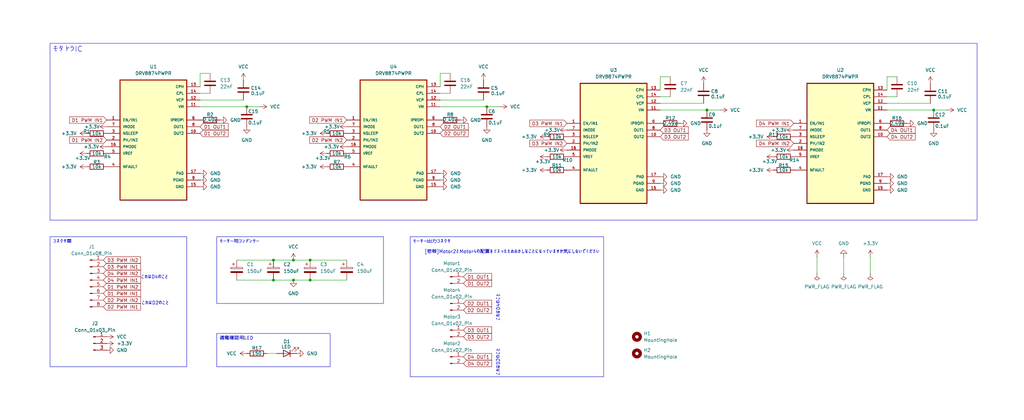
<source format=kicad_sch>
(kicad_sch (version 20250114) (generator "eeschema") (generator_version "9.0")
  (paper "User" 390 160)
  (title_block (title "Motor Driver V2.1") (company "VEGA 2025"))
  (lib_symbols
    (symbol "Connector:Conn_01x02_Pin" (pin_names (offset 1.016) (hide yes))
      (property "Reference" "J" (at 0 2.54 0))
      (property "Value" "Conn_01x02_Pin" (at 0 -5.08 0))
      (symbol "Conn_01x02_Pin_1_1"
        (rectangle (start 0.8636 0.127) (end 0 -0.127) (stroke (width 0.1524)) (fill (type outline)))
        (rectangle (start 0.8636 -2.413) (end 0 -2.667) (stroke (width 0.1524)) (fill (type outline)))
        (polyline (pts (xy 1.27 0) (xy 0.8636 0)) (stroke (width 0.1524)))
        (polyline (pts (xy 1.27 -2.54) (xy 0.8636 -2.54)) (stroke (width 0.1524)))
        (pin passive line (at 5.08 0 180) (length 3.81) (name "Pin_1") (number "1"))
        (pin passive line (at 5.08 -2.54 180) (length 3.81) (name "Pin_2") (number "2"))
      )
    )
    (symbol "Connector:Conn_01x03_Pin" (pin_names (offset 1.016) (hide yes))
      (property "Reference" "J" (at 0 5.08 0))
      (property "Value" "Conn_01x03_Pin" (at 0 -5.08 0))
      (symbol "Conn_01x03_Pin_1_1"
        (rectangle (start 0.8636 2.667) (end 0 2.413) (stroke (width 0.1524)) (fill (type outline)))
        (rectangle (start 0.8636 0.127) (end 0 -0.127) (stroke (width 0.1524)) (fill (type outline)))
        (rectangle (start 0.8636 -2.413) (end 0 -2.667) (stroke (width 0.1524)) (fill (type outline)))
        (polyline (pts (xy 1.27 2.54) (xy 0.8636 2.54)) (stroke (width 0.1524)))
        (polyline (pts (xy 1.27 0) (xy 0.8636 0)) (stroke (width 0.1524)))
        (polyline (pts (xy 1.27 -2.54) (xy 0.8636 -2.54)) (stroke (width 0.1524)))
        (pin passive line (at 5.08 2.54 180) (length 3.81) (name "Pin_1") (number "1"))
        (pin passive line (at 5.08 0 180) (length 3.81) (name "Pin_2") (number "2"))
        (pin passive line (at 5.08 -2.54 180) (length 3.81) (name "Pin_3") (number "3"))
      )
    )
    (symbol "Connector:Conn_01x08_Pin" (pin_names (offset 1.016) (hide yes))
      (property "Reference" "J" (at 0 10.16 0))
      (property "Value" "Conn_01x08_Pin" (at 0 -12.7 0))
      (symbol "Conn_01x08_Pin_1_1"
        (rectangle (start 0.8636 7.747) (end 0 7.493) (stroke (width 0.1524)) (fill (type outline)))
        (rectangle (start 0.8636 5.207) (end 0 4.953) (stroke (width 0.1524)) (fill (type outline)))
        (rectangle (start 0.8636 2.667) (end 0 2.413) (stroke (width 0.1524)) (fill (type outline)))
        (rectangle (start 0.8636 0.127) (end 0 -0.127) (stroke (width 0.1524)) (fill (type outline)))
        (rectangle (start 0.8636 -2.413) (end 0 -2.667) (stroke (width 0.1524)) (fill (type outline)))
        (rectangle (start 0.8636 -4.953) (end 0 -5.207) (stroke (width 0.1524)) (fill (type outline)))
        (rectangle (start 0.8636 -7.493) (end 0 -7.747) (stroke (width 0.1524)) (fill (type outline)))
        (rectangle (start 0.8636 -10.033) (end 0 -10.287) (stroke (width 0.1524)) (fill (type outline)))
        (polyline (pts (xy 1.27 7.62) (xy 0.8636 7.62)) (stroke (width 0.1524)))
        (polyline (pts (xy 1.27 5.08) (xy 0.8636 5.08)) (stroke (width 0.1524)))
        (polyline (pts (xy 1.27 2.54) (xy 0.8636 2.54)) (stroke (width 0.1524)))
        (polyline (pts (xy 1.27 0) (xy 0.8636 0)) (stroke (width 0.1524)))
        (polyline (pts (xy 1.27 -2.54) (xy 0.8636 -2.54)) (stroke (width 0.1524)))
        (polyline (pts (xy 1.27 -5.08) (xy 0.8636 -5.08)) (stroke (width 0.1524)))
        (polyline (pts (xy 1.27 -7.62) (xy 0.8636 -7.62)) (stroke (width 0.1524)))
        (polyline (pts (xy 1.27 -10.16) (xy 0.8636 -10.16)) (stroke (width 0.1524)))
        (pin passive line (at 5.08 7.62 180) (length 3.81) (name "Pin_1") (number "1"))
        (pin passive line (at 5.08 5.08 180) (length 3.81) (name "Pin_2") (number "2"))
        (pin passive line (at 5.08 2.54 180) (length 3.81) (name "Pin_3") (number "3"))
        (pin passive line (at 5.08 0 180) (length 3.81) (name "Pin_4") (number "4"))
        (pin passive line (at 5.08 -2.54 180) (length 3.81) (name "Pin_5") (number "5"))
        (pin passive line (at 5.08 -5.08 180) (length 3.81) (name "Pin_6") (number "6"))
        (pin passive line (at 5.08 -7.62 180) (length 3.81) (name "Pin_7") (number "7"))
        (pin passive line (at 5.08 -10.16 180) (length 3.81) (name "Pin_8") (number "8"))
      )
    )
    (symbol "DRV8874:DRV8874PWPR" (pin_names (offset 1.016))
      (property "Reference" "U" (at -12.7 23.86 0))
      (property "Value" "DRV8874PWPR" (at -12.7 -26.86 0))
      (symbol "DRV8874PWPR_0_0"
        (rectangle (start -12.7 -22.86) (end 12.7 22.86) (stroke (width 0.41)) (fill (type background)))
        (pin input line (at -17.78 7.62 0) (length 5.08) (name "EN/IN1") (number "1"))
        (pin input line (at -17.78 5.08 0) (length 5.08) (name "IMODE") (number "7"))
        (pin input line (at -17.78 2.54 0) (length 5.08) (name "NSLEEP") (number "3"))
        (pin input line (at -17.78 0 0) (length 5.08) (name "PH/IN2") (number "2"))
        (pin input line (at -17.78 -2.54 0) (length 5.08) (name "PMODE") (number "16"))
        (pin input line (at -17.78 -5.08 0) (length 5.08) (name "VREF") (number "5"))
        (pin bidirectional line (at -17.78 -10.16 0) (length 5.08) (name "NFAULT") (number "4"))
        (pin power_in line (at 17.78 20.32 180) (length 5.08) (name "CPH") (number "13"))
        (pin power_in line (at 17.78 17.78 180) (length 5.08) (name "CPL") (number "14"))
        (pin power_in line (at 17.78 15.24 180) (length 5.08) (name "VCP") (number "12"))
        (pin power_in line (at 17.78 12.7 180) (length 5.08) (name "VM") (number "11"))
        (pin output line (at 17.78 7.62 180) (length 5.08) (name "IPROPI") (number "6"))
        (pin output line (at 17.78 5.08 180) (length 5.08) (name "OUT1") (number "8"))
        (pin output line (at 17.78 2.54 180) (length 5.08) (name "OUT2") (number "10"))
        (pin power_in line (at 17.78 -15.24 180) (length 5.08) (name "PGND") (number "9"))
        (pin power_in line (at 17.78 -17.78 180) (length 5.08) (name "GND") (number "15"))
      )
      (symbol "DRV8874PWPR_1_1"
        (pin power_in line (at 17.78 -12.7 180) (length 5.08) (name "PAD") (number "17"))
      )
    )
    (symbol "Device:C" (pin_numbers (hide yes)) (pin_names (offset 0.254))
      (property "Reference" "C" (at 0.635 2.54 0))
      (property "Value" "C" (at 0.635 -2.54 0))
      (symbol "C_0_1"
        (polyline (pts (xy -2.032 0.762) (xy 2.032 0.762)) (stroke (width 0.508)))
        (polyline (pts (xy -2.032 -0.762) (xy 2.032 -0.762)) (stroke (width 0.508)))
      )
      (symbol "C_1_1"
        (pin passive line (at 0 3.81 270) (length 2.794) (name "~") (number "1"))
        (pin passive line (at 0 -3.81 90) (length 2.794) (name "~") (number "2"))
      )
    )
    (symbol "Device:C_Polarized" (pin_numbers (hide yes)) (pin_names (offset 0.254))
      (property "Reference" "C" (at 0.635 2.54 0))
      (property "Value" "C_Polarized" (at 0.635 -2.54 0))
      (symbol "C_Polarized_0_1"
        (rectangle (start -2.286 0.508) (end 2.286 1.016))
        (polyline (pts (xy -1.778 2.286) (xy -0.762 2.286)))
        (polyline (pts (xy -1.27 2.794) (xy -1.27 1.778)))
        (rectangle (start 2.286 -0.508) (end -2.286 -1.016) (fill (type outline)))
      )
      (symbol "C_Polarized_1_1"
        (pin passive line (at 0 3.81 270) (length 2.794) (name "~") (number "1"))
        (pin passive line (at 0 -3.81 90) (length 2.794) (name "~") (number "2"))
      )
    )
    (symbol "Device:LED" (pin_numbers (hide yes)) (pin_names (offset 1.016) (hide yes))
      (property "Reference" "D" (at 0 2.54 0))
      (property "Value" "LED" (at 0 -2.54 0))
      (symbol "LED_0_1"
        (polyline (pts (xy -3.048 -0.762) (xy -4.572 -2.286) (xy -3.81 -2.286) (xy -4.572 -2.286) (xy -4.572 -1.524)))
        (polyline (pts (xy -1.778 -0.762) (xy -3.302 -2.286) (xy -2.54 -2.286) (xy -3.302 -2.286) (xy -3.302 -1.524)))
        (polyline (pts (xy -1.27 0) (xy 1.27 0)))
        (polyline (pts (xy -1.27 -1.27) (xy -1.27 1.27)) (stroke (width 0.254)))
        (polyline (pts (xy 1.27 -1.27) (xy 1.27 1.27) (xy -1.27 0) (xy 1.27 -1.27)) (stroke (width 0.254)))
      )
      (symbol "LED_1_1"
        (pin passive line (at -3.81 0 0) (length 2.54) (name "K") (number "1"))
        (pin passive line (at 3.81 0 180) (length 2.54) (name "A") (number "2"))
      )
    )
    (symbol "Device:R" (pin_numbers (hide yes)) (pin_names (offset 0))
      (property "Reference" "R" (at 2.032 0 90))
      (property "Value" "R" (at 0 0 90))
      (symbol "R_0_1"
        (rectangle (start -1.016 -2.54) (end 1.016 2.54) (stroke (width 0.254)))
      )
      (symbol "R_1_1"
        (pin passive line (at 0 3.81 270) (length 1.27) (name "~") (number "1"))
        (pin passive line (at 0 -3.81 90) (length 1.27) (name "~") (number "2"))
      )
    )
    (symbol "Mechanical:MountingHole" (pin_names (offset 1.016)) (exclude_from_sim yes) (in_bom no)
      (property "Reference" "H" (at 0 5.08 0))
      (property "Value" "MountingHole" (at 0 3.175 0))
      (symbol "MountingHole_0_1"
        (circle (center 0 0) (radius 1.27) (stroke (width 1.27)))
      )
    )
    (symbol "power:+3.3V" (power) (pin_numbers (hide yes)) (pin_names (offset 0) (hide yes))
      (property "Value" "+3.3V" (at 0 3.556 0))
      (symbol "+3.3V_0_1"
        (polyline (pts (xy -0.762 1.27) (xy 0 2.54)))
        (polyline (pts (xy 0 2.54) (xy 0.762 1.27)))
        (polyline (pts (xy 0 0) (xy 0 2.54)))
      )
      (symbol "+3.3V_1_1"
        (pin power_in line (at 0 0 90) (length 0) (name "~") (number "1"))
      )
    )
    (symbol "power:GND" (power) (pin_numbers (hide yes)) (pin_names (offset 0) (hide yes))
      (property "Value" "GND" (at 0 -3.81 0))
      (symbol "GND_0_1"
        (polyline (pts (xy 0 0) (xy 0 -1.27) (xy 1.27 -1.27) (xy 0 -2.54) (xy -1.27 -1.27) (xy 0 -1.27)))
      )
      (symbol "GND_1_1"
        (pin power_in line (at 0 0 270) (length 0) (name "~") (number "1"))
      )
    )
    (symbol "power:PWR_FLAG" (power) (pin_numbers (hide yes)) (pin_names (offset 0) (hide yes))
      (property "Value" "PWR_FLAG" (at 0 3.81 0))
      (symbol "PWR_FLAG_0_0"
        (pin power_out line (at 0 0 90) (length 0) (name "~") (number "1"))
      )
      (symbol "PWR_FLAG_0_1"
        (polyline (pts (xy 0 0) (xy 0 1.27) (xy -1.016 1.905) (xy 0 2.54) (xy 1.016 1.905) (xy 0 1.27)))
      )
    )
    (symbol "power:VCC" (power) (pin_numbers (hide yes)) (pin_names (offset 0) (hide yes))
      (property "Value" "VCC" (at 0 3.556 0))
      (symbol "VCC_0_1"
        (polyline (pts (xy -0.762 1.27) (xy 0 2.54)))
        (polyline (pts (xy 0 2.54) (xy 0.762 1.27)))
        (polyline (pts (xy 0 0) (xy 0 2.54)))
      )
      (symbol "VCC_1_1"
        (pin power_in line (at 0 0 90) (length 0) (name "~") (number "1"))
      )
    )
  )
  (text "これはD4のこと" (at 189.738 117.094 90) (effects (font (size 1.27 1.27))))
  (text "これはD4のこと" (at 58.928 105.664 0) (effects (font (size 1.27 1.27))))
  (text "[悲報]Motor2とMotor4の配置をミスったためおかしなことになっていますが気にしないでください" (at 195.072 96.012 0) (effects (font (size 1.27 1.27))))
  (text "これはD2のこと" (at 59.182 115.57 0) (effects (font (size 1.27 1.27))))
  (text "これはD2のこと" (at 189.738 137.922 90) (effects (font (size 1.27 1.27))))
  (text_box "コネクタ類" (at 19.05 90.17 0) (size 52.07 49.53) (margins 0.9525 0.9525 0.9525 0.9525) (effects (font (size 1.27 1.27)) (justify left top)))
  (text_box "モーター出力コネクタ" (at 156.21 90.17 0) (size 73.66 53.34) (margins 0.9525 0.9525 0.9525 0.9525) (effects (font (size 1.27 1.27)) (justify left top)))
  (text_box "モーター用コンデンサー" (at 82.55 90.17 0) (size 63.5 25.4) (margins 0.9525 0.9525 0.9525 0.9525) (effects (font (size 1.27 1.27)) (justify left top)))
  (text_box "通電確認用LED" (at 82.55 127 0) (size 43.18 12.7) (margins 0.9525 0.9525 0.9525 0.9525) (effects (font (size 1.27 1.27)) (justify left top)))
  (text_box "モタドラIC" (at 19.05 16.51 0) (size 353.06 67.31) (margins 0.9525 0.9525 0.9525 0.9525) (effects (font (size 2 2)) (justify left top)))
  (junction (at 111.76 106.68))
  (junction (at 185.42 40.64))
  (junction (at 118.11 99.06))
  (junction (at 111.76 99.06))
  (junction (at 104.14 99.06))
  (junction (at 269.24 41.91))
  (junction (at 118.11 106.68))
  (junction (at 355.6 41.91))
  (junction (at 93.98 40.64))
  (junction (at 104.14 106.68))
  (wire (pts (xy 76.2 33.02) (xy 76.2 27.94)))
  (wire (pts (xy 251.46 29.21) (xy 255.27 29.21)))
  (wire (pts (xy 104.14 99.06) (xy 111.76 99.06)))
  (wire (pts (xy 167.64 35.56) (xy 171.45 35.56)))
  (wire (pts (xy 111.76 106.68) (xy 118.11 106.68)))
  (wire (pts (xy 355.6 41.91) (xy 337.82 41.91)))
  (wire (pts (xy 167.64 27.94) (xy 171.45 27.94)))
  (wire (pts (xy 167.64 38.1) (xy 184.15 38.1)))
  (wire (pts (xy 251.46 36.83) (xy 255.27 36.83)))
  (wire (pts (xy 337.82 39.37) (xy 354.33 39.37)))
  (wire (pts (xy 118.11 99.06) (xy 132.08 99.06)))
  (wire (pts (xy 111.76 99.06) (xy 118.11 99.06)))
  (wire (pts (xy 251.46 34.29) (xy 251.46 29.21)))
  (wire (pts (xy 90.17 106.68) (xy 104.14 106.68)))
  (wire (pts (xy 118.11 106.68) (xy 132.08 106.68)))
  (wire (pts (xy 76.2 27.94) (xy 80.01 27.94)))
  (wire (pts (xy 311.15 97.79) (xy 311.15 104.14)))
  (wire (pts (xy 355.6 41.91) (xy 360.68 41.91)))
  (wire (pts (xy 90.17 99.06) (xy 104.14 99.06)))
  (wire (pts (xy 93.98 40.64) (xy 99.06 40.64)))
  (wire (pts (xy 76.2 35.56) (xy 80.01 35.56)))
  (wire (pts (xy 337.82 34.29) (xy 337.82 29.21)))
  (wire (pts (xy 101.6 134.62) (xy 105.41 134.62)))
  (wire (pts (xy 337.82 36.83) (xy 341.63 36.83)))
  (wire (pts (xy 76.2 38.1) (xy 92.71 38.1)))
  (wire (pts (xy 93.98 40.64) (xy 76.2 40.64)))
  (wire (pts (xy 167.64 33.02) (xy 167.64 27.94)))
  (wire (pts (xy 104.14 106.68) (xy 111.76 106.68)))
  (wire (pts (xy 337.82 29.21) (xy 341.63 29.21)))
  (wire (pts (xy 331.47 97.79) (xy 331.47 104.14)))
  (wire (pts (xy 185.42 40.64) (xy 167.64 40.64)))
  (wire (pts (xy 269.24 41.91) (xy 251.46 41.91)))
  (wire (pts (xy 269.24 41.91) (xy 274.32 41.91)))
  (wire (pts (xy 321.31 97.79) (xy 321.31 104.14)))
  (wire (pts (xy 251.46 39.37) (xy 267.97 39.37)))
  (wire (pts (xy 185.42 40.64) (xy 190.5 40.64)))
  (global_label "D1 PWM IN1" (shape input) (at 39.37 111.76 0) (property "Intersheetrefs" "${INTERSHEET_REFS}" (effects (hide yes))))
  (global_label "D1 OUT2" (shape input) (at 76.2 50.8 0) (property "Intersheetrefs" "${INTERSHEET_REFS}" (effects (hide yes))))
  (global_label "D3 OUT1" (shape input) (at 176.53 125.73 0) (property "Intersheetrefs" "${INTERSHEET_REFS}" (effects (hide yes))))
  (global_label "D4 OUT1" (shape input) (at 176.53 135.89 0) (property "Intersheetrefs" "${INTERSHEET_REFS}" (effects (hide yes))))
  (global_label "D4 PWM IN2" (shape input) (at 302.26 54.61 180) (property "Intersheetrefs" "${INTERSHEET_REFS}" (effects (hide yes))))
  (global_label "D1 PWM IN1" (shape input) (at 40.64 45.72 180) (property "Intersheetrefs" "${INTERSHEET_REFS}" (effects (hide yes))))
  (global_label "D4 PWM IN2" (shape input) (at 39.37 104.14 0) (property "Intersheetrefs" "${INTERSHEET_REFS}" (effects (hide yes))))
  (global_label "D4 OUT1" (shape input) (at 337.82 49.53 0) (property "Intersheetrefs" "${INTERSHEET_REFS}" (effects (hide yes))))
  (global_label "D1 OUT1" (shape input) (at 176.53 105.41 0) (property "Intersheetrefs" "${INTERSHEET_REFS}" (effects (hide yes))))
  (global_label "D2 PWM IN2" (shape input) (at 132.08 53.34 180) (property "Intersheetrefs" "${INTERSHEET_REFS}" (effects (hide yes))))
  (global_label "D2 PWM IN2" (shape input) (at 39.37 114.3 0) (property "Intersheetrefs" "${INTERSHEET_REFS}" (effects (hide yes))))
  (global_label "D2 PWM IN1" (shape input) (at 132.08 45.72 180) (property "Intersheetrefs" "${INTERSHEET_REFS}" (effects (hide yes))))
  (global_label "D1 PWM IN2" (shape input) (at 40.64 53.34 180) (property "Intersheetrefs" "${INTERSHEET_REFS}" (effects (hide yes))))
  (global_label "D3 PWM IN2" (shape input) (at 39.37 99.06 0) (property "Intersheetrefs" "${INTERSHEET_REFS}" (effects (hide yes))))
  (global_label "D3 OUT2" (shape input) (at 176.53 128.27 0) (property "Intersheetrefs" "${INTERSHEET_REFS}" (effects (hide yes))))
  (global_label "D4 PWM IN1" (shape input) (at 39.37 106.68 0) (property "Intersheetrefs" "${INTERSHEET_REFS}" (effects (hide yes))))
  (global_label "D3 OUT2" (shape input) (at 251.46 52.07 0) (property "Intersheetrefs" "${INTERSHEET_REFS}" (effects (hide yes))))
  (global_label "D4 PWM IN1" (shape input) (at 302.26 46.99 180) (property "Intersheetrefs" "${INTERSHEET_REFS}" (effects (hide yes))))
  (global_label "D3 PWM IN2" (shape input) (at 215.9 54.61 180) (property "Intersheetrefs" "${INTERSHEET_REFS}" (effects (hide yes))))
  (global_label "D4 OUT2" (shape input) (at 176.53 138.43 0) (property "Intersheetrefs" "${INTERSHEET_REFS}" (effects (hide yes))))
  (global_label "D3 PWM IN1" (shape input) (at 215.9 46.99 180) (property "Intersheetrefs" "${INTERSHEET_REFS}" (effects (hide yes))))
  (global_label "D1 OUT1" (shape input) (at 76.2 48.26 0) (property "Intersheetrefs" "${INTERSHEET_REFS}" (effects (hide yes))))
  (global_label "D2 PWM IN1" (shape input) (at 39.37 116.84 0) (property "Intersheetrefs" "${INTERSHEET_REFS}" (effects (hide yes))))
  (global_label "D2 OUT1" (shape input) (at 167.64 48.26 0) (property "Intersheetrefs" "${INTERSHEET_REFS}" (effects (hide yes))))
  (global_label "D1 PWM IN2" (shape input) (at 39.37 109.22 0) (property "Intersheetrefs" "${INTERSHEET_REFS}" (effects (hide yes))))
  (global_label "D1 OUT2" (shape input) (at 176.53 107.95 0) (property "Intersheetrefs" "${INTERSHEET_REFS}" (effects (hide yes))))
  (global_label "D3 OUT1" (shape input) (at 251.46 49.53 0) (property "Intersheetrefs" "${INTERSHEET_REFS}" (effects (hide yes))))
  (global_label "D2 OUT1" (shape input) (at 176.53 115.57 0) (property "Intersheetrefs" "${INTERSHEET_REFS}" (effects (hide yes))))
  (global_label "D2 OUT2" (shape input) (at 176.53 118.11 0) (property "Intersheetrefs" "${INTERSHEET_REFS}" (effects (hide yes))))
  (global_label "D3 PWM IN1" (shape input) (at 39.37 101.6 0) (property "Intersheetrefs" "${INTERSHEET_REFS}" (effects (hide yes))))
  (global_label "D2 OUT2" (shape input) (at 167.64 50.8 0) (property "Intersheetrefs" "${INTERSHEET_REFS}" (effects (hide yes))))
  (global_label "D4 OUT2" (shape input) (at 337.82 52.07 0) (property "Intersheetrefs" "${INTERSHEET_REFS}" (effects (hide yes))))
  (symbol (lib_id "power:GND") (at 113.03 134.62 90) (unit 1)
    (property "Reference" "#PWR055" (effects (hide yes)))
    (property "Value" "GND" (at 116.84 134.6199 90) (effects (justify right)))
    (property "Description" "Power symbol creates a global label with name \"GND\" , ground" (effects (hide yes)))
  )
  (symbol (lib_id "power:+3.3V") (at 33.02 63.5 90) (unit 1)
    (property "Reference" "#PWR012" (effects (hide yes)))
    (property "Value" "+3.3V" (at 29.21 63.4999 90) (effects (justify left)))
    (property "Description" "Power symbol creates a global label with name \"+3.3V\"" (effects (hide yes)))
  )
  (symbol (lib_id "Mechanical:MountingHole") (at 242.57 134.62 0) (unit 1) (exclude_from_sim yes) (in_bom no)
    (property "Reference" "H2" (at 245.11 133.3499 0) (effects (justify left)))
    (property "Value" "MountingHole" (at 245.11 135.8899 0) (effects (justify left)))
    (property "Footprint" "MountingHole:MountingHole_3.2mm_M3" (effects (hide yes)))
    (property "Description" "Mounting Hole without connection" (effects (hide yes)))
  )
  (symbol (lib_id "power:+3.3V") (at 33.02 58.42 90) (unit 1)
    (property "Reference" "#PWR014" (effects (hide yes)))
    (property "Value" "+3.3V" (at 31.496 60.198 90))
    (property "Description" "Power symbol creates a global label with name \"+3.3V\"" (effects (hide yes)))
  )
  (symbol (lib_id "power:+3.3V") (at 294.64 52.07 90) (unit 1)
    (property "Reference" "#PWR039" (effects (hide yes)))
    (property "Value" "+3.3V" (at 290.83 52.0699 90) (effects (justify left)))
    (property "Description" "Power symbol creates a global label with name \"+3.3V\"" (effects (hide yes)))
  )
  (symbol (lib_id "Device:C_Polarized") (at 118.11 102.87 0) (unit 1)
    (property "Reference" "C3" (at 121.92 100.7109 0) (effects (justify left)))
    (property "Value" "150uF" (at 121.92 103.2509 0) (effects (justify left)))
    (property "Footprint" "tantaru Capacitor:293D157X9016D2TE3" (effects (hide yes)))
    (property "Description" "Polarized capacitor" (effects (hide yes)))
  )
  (symbol (lib_id "Device:R") (at 171.45 45.72 90) (unit 1)
    (property "Reference" "R8" (at 171.45 43.688 90))
    (property "Value" "2.49k" (at 171.45 45.72 90))
    (property "Footprint" "Resistor_SMD:R_0402_1005Metric" (effects (hide yes)))
    (property "Description" "Resistor" (effects (hide yes)))
  )
  (symbol (lib_id "power:+3.3V") (at 132.08 55.88 90) (unit 1)
    (property "Reference" "#PWR019" (effects (hide yes)))
    (property "Value" "+3.3V" (at 126.238 55.88 90))
    (property "Description" "Power symbol creates a global label with name \"+3.3V\"" (effects (hide yes)))
  )
  (symbol (lib_id "Device:R") (at 298.45 64.77 90) (unit 1)
    (property "Reference" "R15" (at 298.45 62.992 90))
    (property "Value" "10k" (at 298.45 64.77 90))
    (property "Footprint" "Resistor_SMD:R_0402_1005Metric" (effects (hide yes)))
    (property "Description" "Resistor" (effects (hide yes)))
  )
  (symbol (lib_id "Device:C") (at 354.33 35.56 0) (unit 1)
    (property "Reference" "C11" (at 357.124 34.798 0) (effects (justify left)))
    (property "Value" "0.1uF" (at 357.124 36.83 0) (effects (justify left)))
    (property "Footprint" "Capacitor_SMD:C_0603_1608Metric" (effects (hide yes)))
    (property "Description" "Unpolarized capacitor" (effects (hide yes)))
  )
  (symbol (lib_id "DRV8874:DRV8874PWPR") (at 149.86 53.34 0) (unit 1)
    (property "Reference" "U4" (at 149.86 25.4 0))
    (property "Value" "DRV8874PWPR" (at 149.86 27.94 0))
    (property "Footprint" "Motor Driver IC:DRV8874 IC" (effects (hide yes)))
  )
  (symbol (lib_id "power:+3.3V") (at 302.26 49.53 90) (unit 1)
    (property "Reference" "#PWR042" (effects (hide yes)))
    (property "Value" "+3.3V" (at 296.672 49.53 90))
    (property "Description" "Power symbol creates a global label with name \"+3.3V\"" (effects (hide yes)))
  )
  (symbol (lib_id "power:GND") (at 337.82 67.31 90) (unit 1)
    (property "Reference" "#PWR044" (effects (hide yes)))
    (property "Value" "GND" (at 341.63 67.3099 90) (effects (justify right)))
    (property "Description" "Power symbol creates a global label with name \"GND\" , ground" (effects (hide yes)))
  )
  (symbol (lib_id "power:VCC") (at 40.64 128.27 270) (unit 1)
    (property "Reference" "#PWR051" (effects (hide yes)))
    (property "Value" "VCC" (at 44.45 128.2699 90) (effects (justify left)))
    (property "Description" "Power symbol creates a global label with name \"VCC\"" (effects (hide yes)))
  )
  (symbol (lib_id "power:VCC") (at 99.06 40.64 270) (unit 1)
    (property "Reference" "#PWR05" (effects (hide yes)))
    (property "Value" "VCC" (at 102.87 40.6399 90) (effects (justify left)))
    (property "Description" "Power symbol creates a global label with name \"VCC\"" (effects (hide yes)))
  )
  (symbol (lib_id "power:+3.3V") (at 124.46 58.42 90) (unit 1)
    (property "Reference" "#PWR016" (effects (hide yes)))
    (property "Value" "+3.3V" (at 122.936 60.198 90))
    (property "Description" "Power symbol creates a global label with name \"+3.3V\"" (effects (hide yes)))
  )
  (symbol (lib_id "Device:C_Polarized") (at 90.17 102.87 0) (unit 1)
    (property "Reference" "C1" (at 93.98 100.7109 0) (effects (justify left)))
    (property "Value" "150uF" (at 93.98 103.2509 0) (effects (justify left)))
    (property "Footprint" "tantaru Capacitor:293D157X9016D2TE3" (effects (hide yes)))
    (property "Description" "Polarized capacitor" (effects (hide yes)))
  )
  (symbol (lib_id "power:+3.3V") (at 33.02 50.8 90) (unit 1)
    (property "Reference" "#PWR03" (effects (hide yes)))
    (property "Value" "+3.3V" (at 29.21 50.7999 90) (effects (justify left)))
    (property "Description" "Power symbol creates a global label with name \"+3.3V\"" (effects (hide yes)))
  )
  (symbol (lib_id "power:PWR_FLAG") (at 331.47 104.14 180) (unit 1)
    (property "Reference" "#FLG03" (effects (hide yes)))
    (property "Value" "PWR_FLAG" (at 331.47 109.22 0))
    (property "Description" "Special symbol for telling ERC where power comes from" (effects (hide yes)))
  )
  (symbol (lib_id "power:+3.3V") (at 294.64 64.77 90) (unit 1)
    (property "Reference" "#PWR041" (effects (hide yes)))
    (property "Value" "+3.3V" (at 290.83 64.7699 90) (effects (justify left)))
    (property "Description" "Power symbol creates a global label with name \"+3.3V\"" (effects (hide yes)))
  )
  (symbol (lib_id "power:+3.3V") (at 40.64 130.81 270) (unit 1)
    (property "Reference" "#PWR052" (effects (hide yes)))
    (property "Value" "+3.3V" (at 44.45 130.8099 90) (effects (justify left)))
    (property "Description" "Power symbol creates a global label with name \"+3.3V\"" (effects (hide yes)))
  )
  (symbol (lib_id "power:GND") (at 259.08 46.99 90) (unit 1)
    (property "Reference" "#PWR035" (effects (hide yes)))
    (property "Value" "GND" (at 262.89 46.9899 90) (effects (justify right)))
    (property "Description" "Power symbol creates a global label with name \"GND\" , ground" (effects (hide yes)))
  )
  (symbol (lib_id "Mechanical:MountingHole") (at 242.57 128.27 0) (unit 1) (exclude_from_sim yes) (in_bom no)
    (property "Reference" "H1" (at 245.11 126.9999 0) (effects (justify left)))
    (property "Value" "MountingHole" (at 245.11 129.5399 0) (effects (justify left)))
    (property "Footprint" "MountingHole:MountingHole_3.2mm_M3" (effects (hide yes)))
    (property "Description" "Mounting Hole without connection" (effects (hide yes)))
  )
  (symbol (lib_id "Device:C") (at 267.97 35.56 0) (unit 1)
    (property "Reference" "C8" (at 270.764 34.798 0) (effects (justify left)))
    (property "Value" "0.1uF" (at 270.764 36.83 0) (effects (justify left)))
    (property "Footprint" "Capacitor_SMD:C_0603_1608Metric" (effects (hide yes)))
    (property "Description" "Unpolarized capacitor" (effects (hide yes)))
  )
  (symbol (lib_id "Device:R") (at 212.09 64.77 90) (unit 1)
    (property "Reference" "R11" (at 212.09 62.992 90))
    (property "Value" "10k" (at 212.09 64.77 90))
    (property "Footprint" "Resistor_SMD:R_0402_1005Metric" (effects (hide yes)))
    (property "Description" "Resistor" (effects (hide yes)))
  )
  (symbol (lib_id "power:GND") (at 337.82 72.39 90) (unit 1)
    (property "Reference" "#PWR046" (effects (hide yes)))
    (property "Value" "GND" (at 341.63 72.3899 90) (effects (justify right)))
    (property "Description" "Power symbol creates a global label with name \"GND\" , ground" (effects (hide yes)))
  )
  (symbol (lib_id "power:GND") (at 76.2 66.04 90) (unit 1)
    (property "Reference" "#PWR015" (effects (hide yes)))
    (property "Value" "GND" (at 80.01 66.0399 90) (effects (justify right)))
    (property "Description" "Power symbol creates a global label with name \"GND\" , ground" (effects (hide yes)))
  )
  (symbol (lib_id "power:VCC") (at 92.71 30.48 0) (unit 1)
    (property "Reference" "#PWR04" (effects (hide yes)))
    (property "Value" "VCC" (at 92.71 25.4 0))
    (property "Description" "Power symbol creates a global label with name \"VCC\"" (effects (hide yes)))
  )
  (symbol (lib_id "Device:R") (at 36.83 58.42 90) (unit 1)
    (property "Reference" "R4" (at 40.894 59.69 90))
    (property "Value" "10k" (at 36.83 58.42 90))
    (property "Footprint" "Resistor_SMD:R_0402_1005Metric" (effects (hide yes)))
    (property "Description" "Resistor" (effects (hide yes)))
  )
  (symbol (lib_id "power:VCC") (at 184.15 30.48 0) (unit 1)
    (property "Reference" "#PWR024" (effects (hide yes)))
    (property "Value" "VCC" (at 184.15 25.4 0))
    (property "Description" "Power symbol creates a global label with name \"VCC\"" (effects (hide yes)))
  )
  (symbol (lib_id "Device:C") (at 341.63 33.02 0) (unit 1)
    (property "Reference" "C10" (at 345.44 31.7499 0) (effects (justify left)))
    (property "Value" "22nF" (at 345.44 34.2899 0) (effects (justify left)))
    (property "Footprint" "Capacitor_SMD:C_0603_1608Metric" (effects (hide yes)))
    (property "Description" "Unpolarized capacitor" (effects (hide yes)))
  )
  (symbol (lib_id "power:GND") (at 167.64 66.04 90) (unit 1)
    (property "Reference" "#PWR020" (effects (hide yes)))
    (property "Value" "GND" (at 171.45 66.0399 90) (effects (justify right)))
    (property "Description" "Power symbol creates a global label with name \"GND\" , ground" (effects (hide yes)))
  )
  (symbol (lib_id "Connector:Conn_01x02_Pin") (at 171.45 125.73 0) (unit 1)
    (property "Reference" "Motor3" (at 172.085 120.65 0))
    (property "Value" "Conn_01x02_Pin" (at 172.085 123.19 0))
    (property "Footprint" "Connector_JST:JST_XH_S2B-XH-A_1x02_P2.50mm_Horizontal" (effects (hide yes)))
    (property "Description" "Generic connector, single row, 01x02, script generated" (effects (hide yes)))
  )
  (symbol (lib_id "power:+3.3V") (at 208.28 64.77 90) (unit 1)
    (property "Reference" "#PWR029" (effects (hide yes)))
    (property "Value" "+3.3V" (at 204.47 64.7699 90) (effects (justify left)))
    (property "Description" "Power symbol creates a global label with name \"+3.3V\"" (effects (hide yes)))
  )
  (symbol (lib_id "Device:C_Polarized") (at 132.08 102.87 0) (unit 1)
    (property "Reference" "C4" (at 135.89 100.7109 0) (effects (justify left)))
    (property "Value" "150uF" (at 135.89 103.2509 0) (effects (justify left)))
    (property "Footprint" "tantaru Capacitor:293D157X9016D2TE3" (effects (hide yes)))
    (property "Description" "Polarized capacitor" (effects (hide yes)))
  )
  (symbol (lib_id "Device:C") (at 185.42 44.45 0) (unit 1)
    (property "Reference" "C6" (at 185.928 42.418 0) (effects (justify left)))
    (property "Value" "0.1uF" (at 185.928 46.736 0) (effects (justify left)))
    (property "Footprint" "Capacitor_SMD:C_0603_1608Metric" (effects (hide yes)))
    (property "Description" "Unpolarized capacitor" (effects (hide yes)))
  )
  (symbol (lib_id "Device:C") (at 269.24 45.72 0) (unit 1)
    (property "Reference" "C9" (at 269.748 43.688 0) (effects (justify left)))
    (property "Value" "0.1uF" (at 269.748 48.006 0) (effects (justify left)))
    (property "Footprint" "Capacitor_SMD:C_0603_1608Metric" (effects (hide yes)))
    (property "Description" "Unpolarized capacitor" (effects (hide yes)))
  )
  (symbol (lib_id "power:PWR_FLAG") (at 311.15 104.14 180) (unit 1)
    (property "Reference" "#FLG01" (effects (hide yes)))
    (property "Value" "PWR_FLAG" (at 311.15 109.22 0))
    (property "Description" "Special symbol for telling ERC where power comes from" (effects (hide yes)))
  )
  (symbol (lib_id "Device:C") (at 93.98 44.45 0) (unit 1)
    (property "Reference" "C15" (at 94.488 42.418 0) (effects (justify left)))
    (property "Value" "0.1uF" (at 94.488 46.736 0) (effects (justify left)))
    (property "Footprint" "Capacitor_SMD:C_0603_1608Metric" (effects (hide yes)))
    (property "Description" "Unpolarized capacitor" (effects (hide yes)))
  )
  (symbol (lib_id "Connector:Conn_01x08_Pin") (at 34.29 106.68 0) (unit 1)
    (property "Reference" "J1" (at 34.925 93.98 0))
    (property "Value" "Conn_01x08_Pin" (at 34.925 96.52 0))
    (property "Footprint" "FFC conector:FFC conector 0.5mm Pich" (effects (hide yes)))
    (property "Description" "Generic connector, single row, 01x08, script generated" (effects (hide yes)))
  )
  (symbol (lib_id "power:VCC") (at 360.68 41.91 270) (unit 1)
    (property "Reference" "#PWR050" (effects (hide yes)))
    (property "Value" "VCC" (at 364.49 41.9099 90) (effects (justify left)))
    (property "Description" "Power symbol creates a global label with name \"VCC\"" (effects (hide yes)))
  )
  (symbol (lib_id "power:GND") (at 321.31 97.79 180) (unit 1)
    (property "Reference" "#PWR02" (effects (hide yes)))
    (property "Value" "GND" (at 321.31 92.71 0))
    (property "Description" "Power symbol creates a global label with name \"GND\" , ground" (effects (hide yes)))
  )
  (symbol (lib_id "power:GND") (at 185.42 48.26 0) (unit 1)
    (property "Reference" "#PWR025" (effects (hide yes)))
    (property "Value" "GND" (at 185.42 53.34 0))
    (property "Description" "Power symbol creates a global label with name \"GND\" , ground" (effects (hide yes)))
  )
  (symbol (lib_id "power:+3.3V") (at 208.28 52.07 90) (unit 1)
    (property "Reference" "#PWR027" (effects (hide yes)))
    (property "Value" "+3.3V" (at 204.47 52.0699 90) (effects (justify left)))
    (property "Description" "Power symbol creates a global label with name \"+3.3V\"" (effects (hide yes)))
  )
  (symbol (lib_id "DRV8874:DRV8874PWPR") (at 320.04 54.61 0) (unit 1)
    (property "Reference" "U2" (at 320.04 26.67 0))
    (property "Value" "DRV8874PWPR" (at 320.04 29.21 0))
    (property "Footprint" "Motor Driver IC:DRV8874 IC" (effects (hide yes)))
  )
  (symbol (lib_id "power:GND") (at 167.64 71.12 90) (unit 1)
    (property "Reference" "#PWR022" (effects (hide yes)))
    (property "Value" "GND" (at 171.45 71.1199 90) (effects (justify right)))
    (property "Description" "Power symbol creates a global label with name \"GND\" , ground" (effects (hide yes)))
  )
  (symbol (lib_id "Device:C") (at 184.15 34.29 0) (unit 1)
    (property "Reference" "C5" (at 186.944 33.528 0) (effects (justify left)))
    (property "Value" "0.1uF" (at 186.944 35.56 0) (effects (justify left)))
    (property "Footprint" "Capacitor_SMD:C_0603_1608Metric" (effects (hide yes)))
    (property "Description" "Unpolarized capacitor" (effects (hide yes)))
  )
  (symbol (lib_id "Device:R") (at 36.83 63.5 90) (unit 1)
    (property "Reference" "R3" (at 36.83 61.722 90))
    (property "Value" "10k" (at 36.83 63.5 90))
    (property "Footprint" "Resistor_SMD:R_0402_1005Metric" (effects (hide yes)))
    (property "Description" "Resistor" (effects (hide yes)))
  )
  (symbol (lib_id "Device:R") (at 80.01 45.72 90) (unit 1)
    (property "Reference" "R2" (at 80.01 43.688 90))
    (property "Value" "2.49k" (at 80.01 45.72 90))
    (property "Footprint" "Resistor_SMD:R_0402_1005Metric" (effects (hide yes)))
    (property "Description" "Resistor" (effects (hide yes)))
  )
  (symbol (lib_id "power:GND") (at 269.24 49.53 0) (unit 1)
    (property "Reference" "#PWR037" (effects (hide yes)))
    (property "Value" "GND" (at 269.24 54.61 0))
    (property "Description" "Power symbol creates a global label with name \"GND\" , ground" (effects (hide yes)))
  )
  (symbol (lib_id "power:GND") (at 40.64 133.35 90) (unit 1)
    (property "Reference" "#PWR053" (effects (hide yes)))
    (property "Value" "GND" (at 44.45 133.3499 90) (effects (justify right)))
    (property "Description" "Power symbol creates a global label with name \"GND\" , ground" (effects (hide yes)))
  )
  (symbol (lib_id "power:VCC") (at 311.15 97.79 0) (unit 1)
    (property "Reference" "#PWR01" (effects (hide yes)))
    (property "Value" "VCC" (at 311.15 92.71 0))
    (property "Description" "Power symbol creates a global label with name \"VCC\"" (effects (hide yes)))
  )
  (symbol (lib_id "Device:C") (at 92.71 34.29 0) (unit 1)
    (property "Reference" "C14" (at 95.504 33.528 0) (effects (justify left)))
    (property "Value" "0.1uF" (at 95.504 35.56 0) (effects (justify left)))
    (property "Footprint" "Capacitor_SMD:C_0402_1005Metric" (effects (hide yes)))
    (property "Description" "Unpolarized capacitor" (effects (hide yes)))
  )
  (symbol (lib_id "power:+3.3V") (at 40.64 55.88 90) (unit 1)
    (property "Reference" "#PWR07" (effects (hide yes)))
    (property "Value" "+3.3V" (at 34.798 55.88 90))
    (property "Description" "Power symbol creates a global label with name \"+3.3V\"" (effects (hide yes)))
  )
  (symbol (lib_id "power:+3.3V") (at 331.47 97.79 0) (unit 1)
    (property "Reference" "#PWR058" (effects (hide yes)))
    (property "Value" "+3.3V" (at 331.47 92.71 0))
    (property "Description" "Power symbol creates a global label with name \"+3.3V\"" (effects (hide yes)))
  )
  (symbol (lib_id "Device:R") (at 128.27 58.42 90) (unit 1)
    (property "Reference" "R6" (at 132.334 59.69 90))
    (property "Value" "10k" (at 128.27 58.42 90))
    (property "Footprint" "Resistor_SMD:R_0402_1005Metric" (effects (hide yes)))
    (property "Description" "Resistor" (effects (hide yes)))
  )
  (symbol (lib_id "power:GND") (at 345.44 46.99 90) (unit 1)
    (property "Reference" "#PWR047" (effects (hide yes)))
    (property "Value" "GND" (at 349.25 46.9899 90) (effects (justify right)))
    (property "Description" "Power symbol creates a global label with name \"GND\" , ground" (effects (hide yes)))
  )
  (symbol (lib_id "Device:R") (at 298.45 59.69 90) (unit 1)
    (property "Reference" "R14" (at 302.514 60.96 90))
    (property "Value" "10k" (at 298.45 59.69 90))
    (property "Footprint" "Resistor_SMD:R_0402_1005Metric" (effects (hide yes)))
    (property "Description" "Resistor" (effects (hide yes)))
  )
  (symbol (lib_id "Device:R") (at 298.45 52.07 90) (unit 1)
    (property "Reference" "R13" (at 294.64 51.308 90))
    (property "Value" "10k" (at 298.45 52.07 90))
    (property "Footprint" "Resistor_SMD:R_0402_1005Metric" (effects (hide yes)))
    (property "Description" "Resistor" (effects (hide yes)))
  )
  (symbol (lib_id "Device:C") (at 255.27 33.02 0) (unit 1)
    (property "Reference" "C7" (at 259.08 31.7499 0) (effects (justify left)))
    (property "Value" "22nF" (at 259.08 34.2899 0) (effects (justify left)))
    (property "Footprint" "Capacitor_SMD:C_0603_1608Metric" (effects (hide yes)))
    (property "Description" "Unpolarized capacitor" (effects (hide yes)))
  )
  (symbol (lib_id "Device:R") (at 128.27 50.8 90) (unit 1)
    (property "Reference" "R5" (at 124.46 50.038 90))
    (property "Value" "10k" (at 128.27 50.8 90))
    (property "Footprint" "Resistor_SMD:R_0402_1005Metric" (effects (hide yes)))
    (property "Description" "Resistor" (effects (hide yes)))
  )
  (symbol (lib_id "power:GND") (at 355.6 49.53 0) (unit 1)
    (property "Reference" "#PWR049" (effects (hide yes)))
    (property "Value" "GND" (at 355.6 54.61 0))
    (property "Description" "Power symbol creates a global label with name \"GND\" , ground" (effects (hide yes)))
  )
  (symbol (lib_id "Device:R") (at 128.27 63.5 90) (unit 1)
    (property "Reference" "R7" (at 128.27 61.722 90))
    (property "Value" "10k" (at 128.27 63.5 90))
    (property "Footprint" "Resistor_SMD:R_0402_1005Metric" (effects (hide yes)))
    (property "Description" "Resistor" (effects (hide yes)))
  )
  (symbol (lib_id "power:VCC") (at 190.5 40.64 270) (unit 1)
    (property "Reference" "#PWR026" (effects (hide yes)))
    (property "Value" "VCC" (at 194.31 40.6399 90) (effects (justify left)))
    (property "Description" "Power symbol creates a global label with name \"VCC\"" (effects (hide yes)))
  )
  (symbol (lib_id "Device:C_Polarized") (at 104.14 102.87 0) (unit 1)
    (property "Reference" "C2" (at 107.95 100.7109 0) (effects (justify left)))
    (property "Value" "150uF" (at 107.95 103.2509 0) (effects (justify left)))
    (property "Footprint" "tantaru Capacitor:293D157X9016D2TE3" (effects (hide yes)))
    (property "Description" "Polarized capacitor" (effects (hide yes)))
  )
  (symbol (lib_id "power:GND") (at 167.64 68.58 90) (unit 1)
    (property "Reference" "#PWR021" (effects (hide yes)))
    (property "Value" "GND" (at 171.45 68.5799 90) (effects (justify right)))
    (property "Description" "Power symbol creates a global label with name \"GND\" , ground" (effects (hide yes)))
  )
  (symbol (lib_id "Device:LED") (at 109.22 134.62 180) (unit 1)
    (property "Reference" "D1" (at 109.22 130.048 0))
    (property "Value" "LED" (at 108.966 132.08 0))
    (property "Footprint" "LED_SMD:LED_0603_1608Metric" (effects (hide yes)))
    (property "Description" "Light emitting diode" (effects (hide yes)))
    (property "Sim.Pins" "1=K 2=A" (effects (hide yes)))
  )
  (symbol (lib_id "power:+3.3V") (at 132.08 48.26 90) (unit 1)
    (property "Reference" "#PWR018" (effects (hide yes)))
    (property "Value" "+3.3V" (at 126.492 48.26 90))
    (property "Description" "Power symbol creates a global label with name \"+3.3V\"" (effects (hide yes)))
  )
  (symbol (lib_id "power:+3.3V") (at 215.9 49.53 90) (unit 1)
    (property "Reference" "#PWR030" (effects (hide yes)))
    (property "Value" "+3.3V" (at 210.312 49.53 90))
    (property "Description" "Power symbol creates a global label with name \"+3.3V\"" (effects (hide yes)))
  )
  (symbol (lib_id "power:VCC") (at 354.33 31.75 0) (unit 1)
    (property "Reference" "#PWR048" (effects (hide yes)))
    (property "Value" "VCC" (at 354.33 26.67 0))
    (property "Description" "Power symbol creates a global label with name \"VCC\"" (effects (hide yes)))
  )
  (symbol (lib_id "Device:R") (at 36.83 50.8 90) (unit 1)
    (property "Reference" "R1" (at 33.02 50.038 90))
    (property "Value" "10k" (at 36.83 50.8 90))
    (property "Footprint" "Resistor_SMD:R_0402_1005Metric" (effects (hide yes)))
    (property "Description" "Resistor" (effects (hide yes)))
  )
  (symbol (lib_id "Device:C") (at 171.45 31.75 0) (unit 1)
    (property "Reference" "C16" (at 175.26 30.4799 0) (effects (justify left)))
    (property "Value" "22nF" (at 175.26 33.0199 0) (effects (justify left)))
    (property "Footprint" "Capacitor_SMD:C_0603_1608Metric" (effects (hide yes)))
    (property "Description" "Unpolarized capacitor" (effects (hide yes)))
  )
  (symbol (lib_id "power:+3.3V") (at 294.64 59.69 90) (unit 1)
    (property "Reference" "#PWR040" (effects (hide yes)))
    (property "Value" "+3.3V" (at 293.116 61.468 90))
    (property "Description" "Power symbol creates a global label with name \"+3.3V\"" (effects (hide yes)))
  )
  (symbol (lib_id "power:VCC") (at 111.76 99.06 0) (unit 1)
    (property "Reference" "#PWR056" (effects (hide yes)))
    (property "Value" "VCC" (at 111.76 93.98 0))
    (property "Description" "Power symbol creates a global label with name \"VCC\"" (effects (hide yes)))
  )
  (symbol (lib_id "Device:R") (at 212.09 52.07 90) (unit 1)
    (property "Reference" "R9" (at 208.28 51.308 90))
    (property "Value" "10k" (at 212.09 52.07 90))
    (property "Footprint" "Resistor_SMD:R_0402_1005Metric" (effects (hide yes)))
    (property "Description" "Resistor" (effects (hide yes)))
  )
  (symbol (lib_id "power:GND") (at 76.2 71.12 90) (unit 1)
    (property "Reference" "#PWR011" (effects (hide yes)))
    (property "Value" "GND" (at 80.01 71.1199 90) (effects (justify right)))
    (property "Description" "Power symbol creates a global label with name \"GND\" , ground" (effects (hide yes)))
  )
  (symbol (lib_id "power:+3.3V") (at 124.46 63.5 90) (unit 1)
    (property "Reference" "#PWR017" (effects (hide yes)))
    (property "Value" "+3.3V" (at 120.65 63.4999 90) (effects (justify left)))
    (property "Description" "Power symbol creates a global label with name \"+3.3V\"" (effects (hide yes)))
  )
  (symbol (lib_id "Device:R") (at 255.27 46.99 90) (unit 1)
    (property "Reference" "R12" (at 255.27 44.958 90))
    (property "Value" "2.49k" (at 255.27 46.99 90))
    (property "Footprint" "Resistor_SMD:R_0402_1005Metric" (effects (hide yes)))
    (property "Description" "Resistor" (effects (hide yes)))
  )
  (symbol (lib_id "Device:R") (at 341.63 46.99 90) (unit 1)
    (property "Reference" "R16" (at 341.63 44.958 90))
    (property "Value" "2.49k" (at 341.63 46.99 90))
    (property "Footprint" "Resistor_SMD:R_0402_1005Metric" (effects (hide yes)))
    (property "Description" "Resistor" (effects (hide yes)))
  )
  (symbol (lib_id "power:GND") (at 76.2 68.58 90) (unit 1)
    (property "Reference" "#PWR010" (effects (hide yes)))
    (property "Value" "GND" (at 80.01 68.5799 90) (effects (justify right)))
    (property "Description" "Power symbol creates a global label with name \"GND\" , ground" (effects (hide yes)))
  )
  (symbol (lib_id "Device:C") (at 355.6 45.72 0) (unit 1)
    (property "Reference" "C12" (at 356.108 43.688 0) (effects (justify left)))
    (property "Value" "0.1uF" (at 356.108 48.006 0) (effects (justify left)))
    (property "Footprint" "Capacitor_SMD:C_0603_1608Metric" (effects (hide yes)))
    (property "Description" "Unpolarized capacitor" (effects (hide yes)))
  )
  (symbol (lib_id "DRV8874:DRV8874PWPR") (at 58.42 53.34 0) (unit 1)
    (property "Reference" "U1" (at 58.42 25.4 0))
    (property "Value" "DRV8874PWPR" (at 58.42 27.94 0))
    (property "Footprint" "Motor Driver IC:DRV8874 IC" (effects (hide yes)))
  )
  (symbol (lib_id "power:GND") (at 251.46 67.31 90) (unit 1)
    (property "Reference" "#PWR032" (effects (hide yes)))
    (property "Value" "GND" (at 255.27 67.3099 90) (effects (justify right)))
    (property "Description" "Power symbol creates a global label with name \"GND\" , ground" (effects (hide yes)))
  )
  (symbol (lib_id "Connector:Conn_01x02_Pin") (at 171.45 115.57 0) (unit 1)
    (property "Reference" "Motor4" (at 172.085 110.49 0))
    (property "Value" "Conn_01x02_Pin" (at 172.085 113.03 0))
    (property "Footprint" "Connector_JST:JST_XH_S2B-XH-A_1x02_P2.50mm_Horizontal" (effects (hide yes)))
    (property "Description" "Generic connector, single row, 01x02, script generated" (effects (hide yes)))
  )
  (symbol (lib_id "power:PWR_FLAG") (at 321.31 104.14 180) (unit 1)
    (property "Reference" "#FLG02" (effects (hide yes)))
    (property "Value" "PWR_FLAG" (at 321.31 109.22 0))
    (property "Description" "Special symbol for telling ERC where power comes from" (effects (hide yes)))
  )
  (symbol (lib_id "Connector:Conn_01x02_Pin") (at 171.45 105.41 0) (unit 1)
    (property "Reference" "Motor1" (at 172.085 100.33 0))
    (property "Value" "Conn_01x02_Pin" (at 172.085 102.87 0))
    (property "Footprint" "Connector_JST:JST_XH_S2B-XH-A_1x02_P2.50mm_Horizontal" (effects (hide yes)))
    (property "Description" "Generic connector, single row, 01x02, script generated" (effects (hide yes)))
  )
  (symbol (lib_id "power:+3.3V") (at 215.9 57.15 90) (unit 1)
    (property "Reference" "#PWR031" (effects (hide yes)))
    (property "Value" "+3.3V" (at 210.058 57.15 90))
    (property "Description" "Power symbol creates a global label with name \"+3.3V\"" (effects (hide yes)))
  )
  (symbol (lib_id "power:GND") (at 337.82 69.85 90) (unit 1)
    (property "Reference" "#PWR045" (effects (hide yes)))
    (property "Value" "GND" (at 341.63 69.8499 90) (effects (justify right)))
    (property "Description" "Power symbol creates a global label with name \"GND\" , ground" (effects (hide yes)))
  )
  (symbol (lib_id "power:+3.3V") (at 302.26 57.15 90) (unit 1)
    (property "Reference" "#PWR043" (effects (hide yes)))
    (property "Value" "+3.3V" (at 296.418 57.15 90))
    (property "Description" "Power symbol creates a global label with name \"+3.3V\"" (effects (hide yes)))
  )
  (symbol (lib_id "power:VCC") (at 93.98 134.62 90) (unit 1)
    (property "Reference" "#PWR054" (effects (hide yes)))
    (property "Value" "VCC" (at 90.17 134.6199 90) (effects (justify left)))
    (property "Description" "Power symbol creates a global label with name \"VCC\"" (effects (hide yes)))
  )
  (symbol (lib_id "Connector:Conn_01x02_Pin") (at 171.45 135.89 0) (unit 1)
    (property "Reference" "Motor2" (at 172.085 130.81 0))
    (property "Value" "Conn_01x02_Pin" (at 172.085 133.35 0))
    (property "Footprint" "Connector_JST:JST_XH_S2B-XH-A_1x02_P2.50mm_Horizontal" (effects (hide yes)))
    (property "Description" "Generic connector, single row, 01x02, script generated" (effects (hide yes)))
  )
  (symbol (lib_id "Device:C") (at 80.01 31.75 0) (unit 1)
    (property "Reference" "C13" (at 83.82 30.4799 0) (effects (justify left)))
    (property "Value" "22nF" (at 83.82 33.0199 0) (effects (justify left)))
    (property "Footprint" "Capacitor_SMD:C_0402_1005Metric" (effects (hide yes)))
    (property "Description" "Unpolarized capacitor" (effects (hide yes)))
  )
  (symbol (lib_id "Connector:Conn_01x03_Pin") (at 35.56 130.81 0) (unit 1)
    (property "Reference" "J2" (at 36.195 123.19 0))
    (property "Value" "Conn_01x03_Pin" (at 36.195 125.73 0))
    (property "Footprint" "Connector_JST:JST_XH_S3B-XH-A_1x03_P2.50mm_Horizontal" (effects (hide yes)))
    (property "Description" "Generic connector, single row, 01x03, script generated" (effects (hide yes)))
  )
  (symbol (lib_id "power:+3.3V") (at 208.28 59.69 90) (unit 1)
    (property "Reference" "#PWR028" (effects (hide yes)))
    (property "Value" "+3.3V" (at 206.756 61.468 90))
    (property "Description" "Power symbol creates a global label with name \"+3.3V\"" (effects (hide yes)))
  )
  (symbol (lib_id "Device:R") (at 212.09 59.69 90) (unit 1)
    (property "Reference" "R10" (at 216.154 60.96 90))
    (property "Value" "10k" (at 212.09 59.69 90))
    (property "Footprint" "Resistor_SMD:R_0402_1005Metric" (effects (hide yes)))
    (property "Description" "Resistor" (effects (hide yes)))
  )
  (symbol (lib_id "power:+3.3V") (at 40.64 48.26 90) (unit 1)
    (property "Reference" "#PWR08" (effects (hide yes)))
    (property "Value" "+3.3V" (at 35.052 48.26 90))
    (property "Description" "Power symbol creates a global label with name \"+3.3V\"" (effects (hide yes)))
  )
  (symbol (lib_id "power:GND") (at 83.82 45.72 90) (unit 1)
    (property "Reference" "#PWR06" (effects (hide yes)))
    (property "Value" "GND" (at 87.63 45.7199 90) (effects (justify right)))
    (property "Description" "Power symbol creates a global label with name \"GND\" , ground" (effects (hide yes)))
  )
  (symbol (lib_id "DRV8874:DRV8874PWPR") (at 233.68 54.61 0) (unit 1)
    (property "Reference" "U3" (at 233.68 26.67 0))
    (property "Value" "DRV8874PWPR" (at 233.68 29.21 0))
    (property "Footprint" "Motor Driver IC:DRV8874 IC" (effects (hide yes)))
  )
  (symbol (lib_id "power:+3.3V") (at 124.46 50.8 90) (unit 1)
    (property "Reference" "#PWR09" (effects (hide yes)))
    (property "Value" "+3.3V" (at 120.65 50.7999 90) (effects (justify left)))
    (property "Description" "Power symbol creates a global label with name \"+3.3V\"" (effects (hide yes)))
  )
  (symbol (lib_id "power:GND") (at 175.26 45.72 90) (unit 1)
    (property "Reference" "#PWR023" (effects (hide yes)))
    (property "Value" "GND" (at 179.07 45.7199 90) (effects (justify right)))
    (property "Description" "Power symbol creates a global label with name \"GND\" , ground" (effects (hide yes)))
  )
  (symbol (lib_id "Device:R") (at 97.79 134.62 90) (unit 1)
    (property "Reference" "R17" (at 97.79 132.588 90))
    (property "Value" "150" (at 97.79 134.62 90))
    (property "Footprint" "Resistor_SMD:R_0603_1608Metric" (effects (hide yes)))
    (property "Description" "Resistor" (effects (hide yes)))
  )
  (symbol (lib_id "power:GND") (at 111.76 106.68 0) (unit 1)
    (property "Reference" "#PWR057" (effects (hide yes)))
    (property "Value" "GND" (at 111.76 111.76 0))
    (property "Description" "Power symbol creates a global label with name \"GND\" , ground" (effects (hide yes)))
  )
  (symbol (lib_id "power:GND") (at 93.98 48.26 0) (unit 1)
    (property "Reference" "#PWR013" (effects (hide yes)))
    (property "Value" "GND" (at 93.98 53.34 0))
    (property "Description" "Power symbol creates a global label with name \"GND\" , ground" (effects (hide yes)))
  )
  (symbol (lib_id "power:GND") (at 251.46 72.39 90) (unit 1)
    (property "Reference" "#PWR034" (effects (hide yes)))
    (property "Value" "GND" (at 255.27 72.3899 90) (effects (justify right)))
    (property "Description" "Power symbol creates a global label with name \"GND\" , ground" (effects (hide yes)))
  )
  (symbol (lib_id "power:VCC") (at 267.97 31.75 0) (unit 1)
    (property "Reference" "#PWR036" (effects (hide yes)))
    (property "Value" "VCC" (at 267.97 26.67 0))
    (property "Description" "Power symbol creates a global label with name \"VCC\"" (effects (hide yes)))
  )
  (symbol (lib_id "power:GND") (at 251.46 69.85 90) (unit 1)
    (property "Reference" "#PWR033" (effects (hide yes)))
    (property "Value" "GND" (at 255.27 69.8499 90) (effects (justify right)))
    (property "Description" "Power symbol creates a global label with name \"GND\" , ground" (effects (hide yes)))
  )
  (symbol (lib_id "power:VCC") (at 274.32 41.91 270) (unit 1)
    (property "Reference" "#PWR038" (effects (hide yes)))
    (property "Value" "VCC" (at 278.13 41.9099 90) (effects (justify left)))
    (property "Description" "Power symbol creates a global label with name \"VCC\"" (effects (hide yes)))
  )
)
</source>
